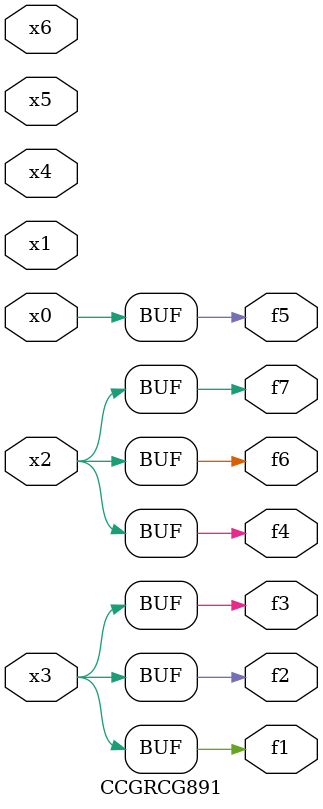
<source format=v>
module CCGRCG891(
	input x0, x1, x2, x3, x4, x5, x6,
	output f1, f2, f3, f4, f5, f6, f7
);
	assign f1 = x3;
	assign f2 = x3;
	assign f3 = x3;
	assign f4 = x2;
	assign f5 = x0;
	assign f6 = x2;
	assign f7 = x2;
endmodule

</source>
